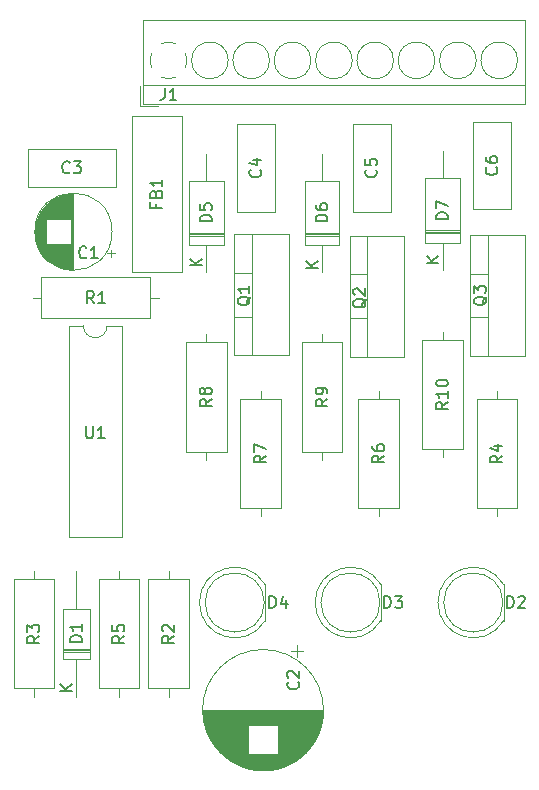
<source format=gbr>
%TF.GenerationSoftware,KiCad,Pcbnew,8.0.4*%
%TF.CreationDate,2024-08-13T22:42:24-06:00*%
%TF.ProjectId,oil-lamp-safety,6f696c2d-6c61-46d7-902d-736166657479,v0.2*%
%TF.SameCoordinates,Original*%
%TF.FileFunction,Legend,Top*%
%TF.FilePolarity,Positive*%
%FSLAX46Y46*%
G04 Gerber Fmt 4.6, Leading zero omitted, Abs format (unit mm)*
G04 Created by KiCad (PCBNEW 8.0.4) date 2024-08-13 22:42:24*
%MOMM*%
%LPD*%
G01*
G04 APERTURE LIST*
%ADD10C,0.150000*%
%ADD11C,0.120000*%
G04 APERTURE END LIST*
D10*
X121150057Y-84095238D02*
X121102438Y-84190476D01*
X121102438Y-84190476D02*
X121007200Y-84285714D01*
X121007200Y-84285714D02*
X120864342Y-84428571D01*
X120864342Y-84428571D02*
X120816723Y-84523809D01*
X120816723Y-84523809D02*
X120816723Y-84619047D01*
X121054819Y-84571428D02*
X121007200Y-84666666D01*
X121007200Y-84666666D02*
X120911961Y-84761904D01*
X120911961Y-84761904D02*
X120721485Y-84809523D01*
X120721485Y-84809523D02*
X120388152Y-84809523D01*
X120388152Y-84809523D02*
X120197676Y-84761904D01*
X120197676Y-84761904D02*
X120102438Y-84666666D01*
X120102438Y-84666666D02*
X120054819Y-84571428D01*
X120054819Y-84571428D02*
X120054819Y-84380952D01*
X120054819Y-84380952D02*
X120102438Y-84285714D01*
X120102438Y-84285714D02*
X120197676Y-84190476D01*
X120197676Y-84190476D02*
X120388152Y-84142857D01*
X120388152Y-84142857D02*
X120721485Y-84142857D01*
X120721485Y-84142857D02*
X120911961Y-84190476D01*
X120911961Y-84190476D02*
X121007200Y-84285714D01*
X121007200Y-84285714D02*
X121054819Y-84380952D01*
X121054819Y-84380952D02*
X121054819Y-84571428D01*
X120054819Y-83809523D02*
X120054819Y-83190476D01*
X120054819Y-83190476D02*
X120435771Y-83523809D01*
X120435771Y-83523809D02*
X120435771Y-83380952D01*
X120435771Y-83380952D02*
X120483390Y-83285714D01*
X120483390Y-83285714D02*
X120531009Y-83238095D01*
X120531009Y-83238095D02*
X120626247Y-83190476D01*
X120626247Y-83190476D02*
X120864342Y-83190476D01*
X120864342Y-83190476D02*
X120959580Y-83238095D01*
X120959580Y-83238095D02*
X121007200Y-83285714D01*
X121007200Y-83285714D02*
X121054819Y-83380952D01*
X121054819Y-83380952D02*
X121054819Y-83666666D01*
X121054819Y-83666666D02*
X121007200Y-83761904D01*
X121007200Y-83761904D02*
X120959580Y-83809523D01*
X110950057Y-84295238D02*
X110902438Y-84390476D01*
X110902438Y-84390476D02*
X110807200Y-84485714D01*
X110807200Y-84485714D02*
X110664342Y-84628571D01*
X110664342Y-84628571D02*
X110616723Y-84723809D01*
X110616723Y-84723809D02*
X110616723Y-84819047D01*
X110854819Y-84771428D02*
X110807200Y-84866666D01*
X110807200Y-84866666D02*
X110711961Y-84961904D01*
X110711961Y-84961904D02*
X110521485Y-85009523D01*
X110521485Y-85009523D02*
X110188152Y-85009523D01*
X110188152Y-85009523D02*
X109997676Y-84961904D01*
X109997676Y-84961904D02*
X109902438Y-84866666D01*
X109902438Y-84866666D02*
X109854819Y-84771428D01*
X109854819Y-84771428D02*
X109854819Y-84580952D01*
X109854819Y-84580952D02*
X109902438Y-84485714D01*
X109902438Y-84485714D02*
X109997676Y-84390476D01*
X109997676Y-84390476D02*
X110188152Y-84342857D01*
X110188152Y-84342857D02*
X110521485Y-84342857D01*
X110521485Y-84342857D02*
X110711961Y-84390476D01*
X110711961Y-84390476D02*
X110807200Y-84485714D01*
X110807200Y-84485714D02*
X110854819Y-84580952D01*
X110854819Y-84580952D02*
X110854819Y-84771428D01*
X109950057Y-83961904D02*
X109902438Y-83914285D01*
X109902438Y-83914285D02*
X109854819Y-83819047D01*
X109854819Y-83819047D02*
X109854819Y-83580952D01*
X109854819Y-83580952D02*
X109902438Y-83485714D01*
X109902438Y-83485714D02*
X109950057Y-83438095D01*
X109950057Y-83438095D02*
X110045295Y-83390476D01*
X110045295Y-83390476D02*
X110140533Y-83390476D01*
X110140533Y-83390476D02*
X110283390Y-83438095D01*
X110283390Y-83438095D02*
X110854819Y-84009523D01*
X110854819Y-84009523D02*
X110854819Y-83390476D01*
X101150057Y-84095238D02*
X101102438Y-84190476D01*
X101102438Y-84190476D02*
X101007200Y-84285714D01*
X101007200Y-84285714D02*
X100864342Y-84428571D01*
X100864342Y-84428571D02*
X100816723Y-84523809D01*
X100816723Y-84523809D02*
X100816723Y-84619047D01*
X101054819Y-84571428D02*
X101007200Y-84666666D01*
X101007200Y-84666666D02*
X100911961Y-84761904D01*
X100911961Y-84761904D02*
X100721485Y-84809523D01*
X100721485Y-84809523D02*
X100388152Y-84809523D01*
X100388152Y-84809523D02*
X100197676Y-84761904D01*
X100197676Y-84761904D02*
X100102438Y-84666666D01*
X100102438Y-84666666D02*
X100054819Y-84571428D01*
X100054819Y-84571428D02*
X100054819Y-84380952D01*
X100054819Y-84380952D02*
X100102438Y-84285714D01*
X100102438Y-84285714D02*
X100197676Y-84190476D01*
X100197676Y-84190476D02*
X100388152Y-84142857D01*
X100388152Y-84142857D02*
X100721485Y-84142857D01*
X100721485Y-84142857D02*
X100911961Y-84190476D01*
X100911961Y-84190476D02*
X101007200Y-84285714D01*
X101007200Y-84285714D02*
X101054819Y-84380952D01*
X101054819Y-84380952D02*
X101054819Y-84571428D01*
X101054819Y-83190476D02*
X101054819Y-83761904D01*
X101054819Y-83476190D02*
X100054819Y-83476190D01*
X100054819Y-83476190D02*
X100197676Y-83571428D01*
X100197676Y-83571428D02*
X100292914Y-83666666D01*
X100292914Y-83666666D02*
X100340533Y-83761904D01*
X117854819Y-77538094D02*
X116854819Y-77538094D01*
X116854819Y-77538094D02*
X116854819Y-77299999D01*
X116854819Y-77299999D02*
X116902438Y-77157142D01*
X116902438Y-77157142D02*
X116997676Y-77061904D01*
X116997676Y-77061904D02*
X117092914Y-77014285D01*
X117092914Y-77014285D02*
X117283390Y-76966666D01*
X117283390Y-76966666D02*
X117426247Y-76966666D01*
X117426247Y-76966666D02*
X117616723Y-77014285D01*
X117616723Y-77014285D02*
X117711961Y-77061904D01*
X117711961Y-77061904D02*
X117807200Y-77157142D01*
X117807200Y-77157142D02*
X117854819Y-77299999D01*
X117854819Y-77299999D02*
X117854819Y-77538094D01*
X116854819Y-76633332D02*
X116854819Y-75966666D01*
X116854819Y-75966666D02*
X117854819Y-76395237D01*
X117054819Y-81261904D02*
X116054819Y-81261904D01*
X117054819Y-80690476D02*
X116483390Y-81119047D01*
X116054819Y-80690476D02*
X116626247Y-81261904D01*
X107654819Y-77738094D02*
X106654819Y-77738094D01*
X106654819Y-77738094D02*
X106654819Y-77499999D01*
X106654819Y-77499999D02*
X106702438Y-77357142D01*
X106702438Y-77357142D02*
X106797676Y-77261904D01*
X106797676Y-77261904D02*
X106892914Y-77214285D01*
X106892914Y-77214285D02*
X107083390Y-77166666D01*
X107083390Y-77166666D02*
X107226247Y-77166666D01*
X107226247Y-77166666D02*
X107416723Y-77214285D01*
X107416723Y-77214285D02*
X107511961Y-77261904D01*
X107511961Y-77261904D02*
X107607200Y-77357142D01*
X107607200Y-77357142D02*
X107654819Y-77499999D01*
X107654819Y-77499999D02*
X107654819Y-77738094D01*
X106654819Y-76309523D02*
X106654819Y-76499999D01*
X106654819Y-76499999D02*
X106702438Y-76595237D01*
X106702438Y-76595237D02*
X106750057Y-76642856D01*
X106750057Y-76642856D02*
X106892914Y-76738094D01*
X106892914Y-76738094D02*
X107083390Y-76785713D01*
X107083390Y-76785713D02*
X107464342Y-76785713D01*
X107464342Y-76785713D02*
X107559580Y-76738094D01*
X107559580Y-76738094D02*
X107607200Y-76690475D01*
X107607200Y-76690475D02*
X107654819Y-76595237D01*
X107654819Y-76595237D02*
X107654819Y-76404761D01*
X107654819Y-76404761D02*
X107607200Y-76309523D01*
X107607200Y-76309523D02*
X107559580Y-76261904D01*
X107559580Y-76261904D02*
X107464342Y-76214285D01*
X107464342Y-76214285D02*
X107226247Y-76214285D01*
X107226247Y-76214285D02*
X107131009Y-76261904D01*
X107131009Y-76261904D02*
X107083390Y-76309523D01*
X107083390Y-76309523D02*
X107035771Y-76404761D01*
X107035771Y-76404761D02*
X107035771Y-76595237D01*
X107035771Y-76595237D02*
X107083390Y-76690475D01*
X107083390Y-76690475D02*
X107131009Y-76738094D01*
X107131009Y-76738094D02*
X107226247Y-76785713D01*
X106854819Y-81661904D02*
X105854819Y-81661904D01*
X106854819Y-81090476D02*
X106283390Y-81519047D01*
X105854819Y-81090476D02*
X106426247Y-81661904D01*
X97854819Y-77738094D02*
X96854819Y-77738094D01*
X96854819Y-77738094D02*
X96854819Y-77499999D01*
X96854819Y-77499999D02*
X96902438Y-77357142D01*
X96902438Y-77357142D02*
X96997676Y-77261904D01*
X96997676Y-77261904D02*
X97092914Y-77214285D01*
X97092914Y-77214285D02*
X97283390Y-77166666D01*
X97283390Y-77166666D02*
X97426247Y-77166666D01*
X97426247Y-77166666D02*
X97616723Y-77214285D01*
X97616723Y-77214285D02*
X97711961Y-77261904D01*
X97711961Y-77261904D02*
X97807200Y-77357142D01*
X97807200Y-77357142D02*
X97854819Y-77499999D01*
X97854819Y-77499999D02*
X97854819Y-77738094D01*
X96854819Y-76261904D02*
X96854819Y-76738094D01*
X96854819Y-76738094D02*
X97331009Y-76785713D01*
X97331009Y-76785713D02*
X97283390Y-76738094D01*
X97283390Y-76738094D02*
X97235771Y-76642856D01*
X97235771Y-76642856D02*
X97235771Y-76404761D01*
X97235771Y-76404761D02*
X97283390Y-76309523D01*
X97283390Y-76309523D02*
X97331009Y-76261904D01*
X97331009Y-76261904D02*
X97426247Y-76214285D01*
X97426247Y-76214285D02*
X97664342Y-76214285D01*
X97664342Y-76214285D02*
X97759580Y-76261904D01*
X97759580Y-76261904D02*
X97807200Y-76309523D01*
X97807200Y-76309523D02*
X97854819Y-76404761D01*
X97854819Y-76404761D02*
X97854819Y-76642856D01*
X97854819Y-76642856D02*
X97807200Y-76738094D01*
X97807200Y-76738094D02*
X97759580Y-76785713D01*
X97054819Y-81461904D02*
X96054819Y-81461904D01*
X97054819Y-80890476D02*
X96483390Y-81319047D01*
X96054819Y-80890476D02*
X96626247Y-81461904D01*
X86854819Y-113338094D02*
X85854819Y-113338094D01*
X85854819Y-113338094D02*
X85854819Y-113099999D01*
X85854819Y-113099999D02*
X85902438Y-112957142D01*
X85902438Y-112957142D02*
X85997676Y-112861904D01*
X85997676Y-112861904D02*
X86092914Y-112814285D01*
X86092914Y-112814285D02*
X86283390Y-112766666D01*
X86283390Y-112766666D02*
X86426247Y-112766666D01*
X86426247Y-112766666D02*
X86616723Y-112814285D01*
X86616723Y-112814285D02*
X86711961Y-112861904D01*
X86711961Y-112861904D02*
X86807200Y-112957142D01*
X86807200Y-112957142D02*
X86854819Y-113099999D01*
X86854819Y-113099999D02*
X86854819Y-113338094D01*
X86854819Y-111814285D02*
X86854819Y-112385713D01*
X86854819Y-112099999D02*
X85854819Y-112099999D01*
X85854819Y-112099999D02*
X85997676Y-112195237D01*
X85997676Y-112195237D02*
X86092914Y-112290475D01*
X86092914Y-112290475D02*
X86140533Y-112385713D01*
X86054819Y-117461904D02*
X85054819Y-117461904D01*
X86054819Y-116890476D02*
X85483390Y-117319047D01*
X85054819Y-116890476D02*
X85626247Y-117461904D01*
X83254819Y-112816666D02*
X82778628Y-113149999D01*
X83254819Y-113388094D02*
X82254819Y-113388094D01*
X82254819Y-113388094D02*
X82254819Y-113007142D01*
X82254819Y-113007142D02*
X82302438Y-112911904D01*
X82302438Y-112911904D02*
X82350057Y-112864285D01*
X82350057Y-112864285D02*
X82445295Y-112816666D01*
X82445295Y-112816666D02*
X82588152Y-112816666D01*
X82588152Y-112816666D02*
X82683390Y-112864285D01*
X82683390Y-112864285D02*
X82731009Y-112911904D01*
X82731009Y-112911904D02*
X82778628Y-113007142D01*
X82778628Y-113007142D02*
X82778628Y-113388094D01*
X82254819Y-112483332D02*
X82254819Y-111864285D01*
X82254819Y-111864285D02*
X82635771Y-112197618D01*
X82635771Y-112197618D02*
X82635771Y-112054761D01*
X82635771Y-112054761D02*
X82683390Y-111959523D01*
X82683390Y-111959523D02*
X82731009Y-111911904D01*
X82731009Y-111911904D02*
X82826247Y-111864285D01*
X82826247Y-111864285D02*
X83064342Y-111864285D01*
X83064342Y-111864285D02*
X83159580Y-111911904D01*
X83159580Y-111911904D02*
X83207200Y-111959523D01*
X83207200Y-111959523D02*
X83254819Y-112054761D01*
X83254819Y-112054761D02*
X83254819Y-112340475D01*
X83254819Y-112340475D02*
X83207200Y-112435713D01*
X83207200Y-112435713D02*
X83159580Y-112483332D01*
X122861905Y-110454819D02*
X122861905Y-109454819D01*
X122861905Y-109454819D02*
X123100000Y-109454819D01*
X123100000Y-109454819D02*
X123242857Y-109502438D01*
X123242857Y-109502438D02*
X123338095Y-109597676D01*
X123338095Y-109597676D02*
X123385714Y-109692914D01*
X123385714Y-109692914D02*
X123433333Y-109883390D01*
X123433333Y-109883390D02*
X123433333Y-110026247D01*
X123433333Y-110026247D02*
X123385714Y-110216723D01*
X123385714Y-110216723D02*
X123338095Y-110311961D01*
X123338095Y-110311961D02*
X123242857Y-110407200D01*
X123242857Y-110407200D02*
X123100000Y-110454819D01*
X123100000Y-110454819D02*
X122861905Y-110454819D01*
X123814286Y-109550057D02*
X123861905Y-109502438D01*
X123861905Y-109502438D02*
X123957143Y-109454819D01*
X123957143Y-109454819D02*
X124195238Y-109454819D01*
X124195238Y-109454819D02*
X124290476Y-109502438D01*
X124290476Y-109502438D02*
X124338095Y-109550057D01*
X124338095Y-109550057D02*
X124385714Y-109645295D01*
X124385714Y-109645295D02*
X124385714Y-109740533D01*
X124385714Y-109740533D02*
X124338095Y-109883390D01*
X124338095Y-109883390D02*
X123766667Y-110454819D01*
X123766667Y-110454819D02*
X124385714Y-110454819D01*
X112454819Y-97566666D02*
X111978628Y-97899999D01*
X112454819Y-98138094D02*
X111454819Y-98138094D01*
X111454819Y-98138094D02*
X111454819Y-97757142D01*
X111454819Y-97757142D02*
X111502438Y-97661904D01*
X111502438Y-97661904D02*
X111550057Y-97614285D01*
X111550057Y-97614285D02*
X111645295Y-97566666D01*
X111645295Y-97566666D02*
X111788152Y-97566666D01*
X111788152Y-97566666D02*
X111883390Y-97614285D01*
X111883390Y-97614285D02*
X111931009Y-97661904D01*
X111931009Y-97661904D02*
X111978628Y-97757142D01*
X111978628Y-97757142D02*
X111978628Y-98138094D01*
X111454819Y-96709523D02*
X111454819Y-96899999D01*
X111454819Y-96899999D02*
X111502438Y-96995237D01*
X111502438Y-96995237D02*
X111550057Y-97042856D01*
X111550057Y-97042856D02*
X111692914Y-97138094D01*
X111692914Y-97138094D02*
X111883390Y-97185713D01*
X111883390Y-97185713D02*
X112264342Y-97185713D01*
X112264342Y-97185713D02*
X112359580Y-97138094D01*
X112359580Y-97138094D02*
X112407200Y-97090475D01*
X112407200Y-97090475D02*
X112454819Y-96995237D01*
X112454819Y-96995237D02*
X112454819Y-96804761D01*
X112454819Y-96804761D02*
X112407200Y-96709523D01*
X112407200Y-96709523D02*
X112359580Y-96661904D01*
X112359580Y-96661904D02*
X112264342Y-96614285D01*
X112264342Y-96614285D02*
X112026247Y-96614285D01*
X112026247Y-96614285D02*
X111931009Y-96661904D01*
X111931009Y-96661904D02*
X111883390Y-96709523D01*
X111883390Y-96709523D02*
X111835771Y-96804761D01*
X111835771Y-96804761D02*
X111835771Y-96995237D01*
X111835771Y-96995237D02*
X111883390Y-97090475D01*
X111883390Y-97090475D02*
X111931009Y-97138094D01*
X111931009Y-97138094D02*
X112026247Y-97185713D01*
X112461905Y-110454819D02*
X112461905Y-109454819D01*
X112461905Y-109454819D02*
X112700000Y-109454819D01*
X112700000Y-109454819D02*
X112842857Y-109502438D01*
X112842857Y-109502438D02*
X112938095Y-109597676D01*
X112938095Y-109597676D02*
X112985714Y-109692914D01*
X112985714Y-109692914D02*
X113033333Y-109883390D01*
X113033333Y-109883390D02*
X113033333Y-110026247D01*
X113033333Y-110026247D02*
X112985714Y-110216723D01*
X112985714Y-110216723D02*
X112938095Y-110311961D01*
X112938095Y-110311961D02*
X112842857Y-110407200D01*
X112842857Y-110407200D02*
X112700000Y-110454819D01*
X112700000Y-110454819D02*
X112461905Y-110454819D01*
X113366667Y-109454819D02*
X113985714Y-109454819D01*
X113985714Y-109454819D02*
X113652381Y-109835771D01*
X113652381Y-109835771D02*
X113795238Y-109835771D01*
X113795238Y-109835771D02*
X113890476Y-109883390D01*
X113890476Y-109883390D02*
X113938095Y-109931009D01*
X113938095Y-109931009D02*
X113985714Y-110026247D01*
X113985714Y-110026247D02*
X113985714Y-110264342D01*
X113985714Y-110264342D02*
X113938095Y-110359580D01*
X113938095Y-110359580D02*
X113890476Y-110407200D01*
X113890476Y-110407200D02*
X113795238Y-110454819D01*
X113795238Y-110454819D02*
X113509524Y-110454819D01*
X113509524Y-110454819D02*
X113414286Y-110407200D01*
X113414286Y-110407200D02*
X113366667Y-110359580D01*
X107654819Y-92766666D02*
X107178628Y-93099999D01*
X107654819Y-93338094D02*
X106654819Y-93338094D01*
X106654819Y-93338094D02*
X106654819Y-92957142D01*
X106654819Y-92957142D02*
X106702438Y-92861904D01*
X106702438Y-92861904D02*
X106750057Y-92814285D01*
X106750057Y-92814285D02*
X106845295Y-92766666D01*
X106845295Y-92766666D02*
X106988152Y-92766666D01*
X106988152Y-92766666D02*
X107083390Y-92814285D01*
X107083390Y-92814285D02*
X107131009Y-92861904D01*
X107131009Y-92861904D02*
X107178628Y-92957142D01*
X107178628Y-92957142D02*
X107178628Y-93338094D01*
X107654819Y-92290475D02*
X107654819Y-92099999D01*
X107654819Y-92099999D02*
X107607200Y-92004761D01*
X107607200Y-92004761D02*
X107559580Y-91957142D01*
X107559580Y-91957142D02*
X107416723Y-91861904D01*
X107416723Y-91861904D02*
X107226247Y-91814285D01*
X107226247Y-91814285D02*
X106845295Y-91814285D01*
X106845295Y-91814285D02*
X106750057Y-91861904D01*
X106750057Y-91861904D02*
X106702438Y-91909523D01*
X106702438Y-91909523D02*
X106654819Y-92004761D01*
X106654819Y-92004761D02*
X106654819Y-92195237D01*
X106654819Y-92195237D02*
X106702438Y-92290475D01*
X106702438Y-92290475D02*
X106750057Y-92338094D01*
X106750057Y-92338094D02*
X106845295Y-92385713D01*
X106845295Y-92385713D02*
X107083390Y-92385713D01*
X107083390Y-92385713D02*
X107178628Y-92338094D01*
X107178628Y-92338094D02*
X107226247Y-92290475D01*
X107226247Y-92290475D02*
X107273866Y-92195237D01*
X107273866Y-92195237D02*
X107273866Y-92004761D01*
X107273866Y-92004761D02*
X107226247Y-91909523D01*
X107226247Y-91909523D02*
X107178628Y-91861904D01*
X107178628Y-91861904D02*
X107083390Y-91814285D01*
X87228095Y-95094819D02*
X87228095Y-95904342D01*
X87228095Y-95904342D02*
X87275714Y-95999580D01*
X87275714Y-95999580D02*
X87323333Y-96047200D01*
X87323333Y-96047200D02*
X87418571Y-96094819D01*
X87418571Y-96094819D02*
X87609047Y-96094819D01*
X87609047Y-96094819D02*
X87704285Y-96047200D01*
X87704285Y-96047200D02*
X87751904Y-95999580D01*
X87751904Y-95999580D02*
X87799523Y-95904342D01*
X87799523Y-95904342D02*
X87799523Y-95094819D01*
X88799523Y-96094819D02*
X88228095Y-96094819D01*
X88513809Y-96094819D02*
X88513809Y-95094819D01*
X88513809Y-95094819D02*
X88418571Y-95237676D01*
X88418571Y-95237676D02*
X88323333Y-95332914D01*
X88323333Y-95332914D02*
X88228095Y-95380533D01*
X93131009Y-76233333D02*
X93131009Y-76566666D01*
X93654819Y-76566666D02*
X92654819Y-76566666D01*
X92654819Y-76566666D02*
X92654819Y-76090476D01*
X93131009Y-75376190D02*
X93178628Y-75233333D01*
X93178628Y-75233333D02*
X93226247Y-75185714D01*
X93226247Y-75185714D02*
X93321485Y-75138095D01*
X93321485Y-75138095D02*
X93464342Y-75138095D01*
X93464342Y-75138095D02*
X93559580Y-75185714D01*
X93559580Y-75185714D02*
X93607200Y-75233333D01*
X93607200Y-75233333D02*
X93654819Y-75328571D01*
X93654819Y-75328571D02*
X93654819Y-75709523D01*
X93654819Y-75709523D02*
X92654819Y-75709523D01*
X92654819Y-75709523D02*
X92654819Y-75376190D01*
X92654819Y-75376190D02*
X92702438Y-75280952D01*
X92702438Y-75280952D02*
X92750057Y-75233333D01*
X92750057Y-75233333D02*
X92845295Y-75185714D01*
X92845295Y-75185714D02*
X92940533Y-75185714D01*
X92940533Y-75185714D02*
X93035771Y-75233333D01*
X93035771Y-75233333D02*
X93083390Y-75280952D01*
X93083390Y-75280952D02*
X93131009Y-75376190D01*
X93131009Y-75376190D02*
X93131009Y-75709523D01*
X93654819Y-74185714D02*
X93654819Y-74757142D01*
X93654819Y-74471428D02*
X92654819Y-74471428D01*
X92654819Y-74471428D02*
X92797676Y-74566666D01*
X92797676Y-74566666D02*
X92892914Y-74661904D01*
X92892914Y-74661904D02*
X92940533Y-74757142D01*
X87883333Y-84654819D02*
X87550000Y-84178628D01*
X87311905Y-84654819D02*
X87311905Y-83654819D01*
X87311905Y-83654819D02*
X87692857Y-83654819D01*
X87692857Y-83654819D02*
X87788095Y-83702438D01*
X87788095Y-83702438D02*
X87835714Y-83750057D01*
X87835714Y-83750057D02*
X87883333Y-83845295D01*
X87883333Y-83845295D02*
X87883333Y-83988152D01*
X87883333Y-83988152D02*
X87835714Y-84083390D01*
X87835714Y-84083390D02*
X87788095Y-84131009D01*
X87788095Y-84131009D02*
X87692857Y-84178628D01*
X87692857Y-84178628D02*
X87311905Y-84178628D01*
X88835714Y-84654819D02*
X88264286Y-84654819D01*
X88550000Y-84654819D02*
X88550000Y-83654819D01*
X88550000Y-83654819D02*
X88454762Y-83797676D01*
X88454762Y-83797676D02*
X88359524Y-83892914D01*
X88359524Y-83892914D02*
X88264286Y-83940533D01*
X117854819Y-93042857D02*
X117378628Y-93376190D01*
X117854819Y-93614285D02*
X116854819Y-93614285D01*
X116854819Y-93614285D02*
X116854819Y-93233333D01*
X116854819Y-93233333D02*
X116902438Y-93138095D01*
X116902438Y-93138095D02*
X116950057Y-93090476D01*
X116950057Y-93090476D02*
X117045295Y-93042857D01*
X117045295Y-93042857D02*
X117188152Y-93042857D01*
X117188152Y-93042857D02*
X117283390Y-93090476D01*
X117283390Y-93090476D02*
X117331009Y-93138095D01*
X117331009Y-93138095D02*
X117378628Y-93233333D01*
X117378628Y-93233333D02*
X117378628Y-93614285D01*
X117854819Y-92090476D02*
X117854819Y-92661904D01*
X117854819Y-92376190D02*
X116854819Y-92376190D01*
X116854819Y-92376190D02*
X116997676Y-92471428D01*
X116997676Y-92471428D02*
X117092914Y-92566666D01*
X117092914Y-92566666D02*
X117140533Y-92661904D01*
X116854819Y-91471428D02*
X116854819Y-91376190D01*
X116854819Y-91376190D02*
X116902438Y-91280952D01*
X116902438Y-91280952D02*
X116950057Y-91233333D01*
X116950057Y-91233333D02*
X117045295Y-91185714D01*
X117045295Y-91185714D02*
X117235771Y-91138095D01*
X117235771Y-91138095D02*
X117473866Y-91138095D01*
X117473866Y-91138095D02*
X117664342Y-91185714D01*
X117664342Y-91185714D02*
X117759580Y-91233333D01*
X117759580Y-91233333D02*
X117807200Y-91280952D01*
X117807200Y-91280952D02*
X117854819Y-91376190D01*
X117854819Y-91376190D02*
X117854819Y-91471428D01*
X117854819Y-91471428D02*
X117807200Y-91566666D01*
X117807200Y-91566666D02*
X117759580Y-91614285D01*
X117759580Y-91614285D02*
X117664342Y-91661904D01*
X117664342Y-91661904D02*
X117473866Y-91709523D01*
X117473866Y-91709523D02*
X117235771Y-91709523D01*
X117235771Y-91709523D02*
X117045295Y-91661904D01*
X117045295Y-91661904D02*
X116950057Y-91614285D01*
X116950057Y-91614285D02*
X116902438Y-91566666D01*
X116902438Y-91566666D02*
X116854819Y-91471428D01*
X90454819Y-112816666D02*
X89978628Y-113149999D01*
X90454819Y-113388094D02*
X89454819Y-113388094D01*
X89454819Y-113388094D02*
X89454819Y-113007142D01*
X89454819Y-113007142D02*
X89502438Y-112911904D01*
X89502438Y-112911904D02*
X89550057Y-112864285D01*
X89550057Y-112864285D02*
X89645295Y-112816666D01*
X89645295Y-112816666D02*
X89788152Y-112816666D01*
X89788152Y-112816666D02*
X89883390Y-112864285D01*
X89883390Y-112864285D02*
X89931009Y-112911904D01*
X89931009Y-112911904D02*
X89978628Y-113007142D01*
X89978628Y-113007142D02*
X89978628Y-113388094D01*
X89454819Y-111911904D02*
X89454819Y-112388094D01*
X89454819Y-112388094D02*
X89931009Y-112435713D01*
X89931009Y-112435713D02*
X89883390Y-112388094D01*
X89883390Y-112388094D02*
X89835771Y-112292856D01*
X89835771Y-112292856D02*
X89835771Y-112054761D01*
X89835771Y-112054761D02*
X89883390Y-111959523D01*
X89883390Y-111959523D02*
X89931009Y-111911904D01*
X89931009Y-111911904D02*
X90026247Y-111864285D01*
X90026247Y-111864285D02*
X90264342Y-111864285D01*
X90264342Y-111864285D02*
X90359580Y-111911904D01*
X90359580Y-111911904D02*
X90407200Y-111959523D01*
X90407200Y-111959523D02*
X90454819Y-112054761D01*
X90454819Y-112054761D02*
X90454819Y-112292856D01*
X90454819Y-112292856D02*
X90407200Y-112388094D01*
X90407200Y-112388094D02*
X90359580Y-112435713D01*
X122454819Y-97566666D02*
X121978628Y-97899999D01*
X122454819Y-98138094D02*
X121454819Y-98138094D01*
X121454819Y-98138094D02*
X121454819Y-97757142D01*
X121454819Y-97757142D02*
X121502438Y-97661904D01*
X121502438Y-97661904D02*
X121550057Y-97614285D01*
X121550057Y-97614285D02*
X121645295Y-97566666D01*
X121645295Y-97566666D02*
X121788152Y-97566666D01*
X121788152Y-97566666D02*
X121883390Y-97614285D01*
X121883390Y-97614285D02*
X121931009Y-97661904D01*
X121931009Y-97661904D02*
X121978628Y-97757142D01*
X121978628Y-97757142D02*
X121978628Y-98138094D01*
X121788152Y-96709523D02*
X122454819Y-96709523D01*
X121407200Y-96947618D02*
X122121485Y-97185713D01*
X122121485Y-97185713D02*
X122121485Y-96566666D01*
X97854819Y-92766666D02*
X97378628Y-93099999D01*
X97854819Y-93338094D02*
X96854819Y-93338094D01*
X96854819Y-93338094D02*
X96854819Y-92957142D01*
X96854819Y-92957142D02*
X96902438Y-92861904D01*
X96902438Y-92861904D02*
X96950057Y-92814285D01*
X96950057Y-92814285D02*
X97045295Y-92766666D01*
X97045295Y-92766666D02*
X97188152Y-92766666D01*
X97188152Y-92766666D02*
X97283390Y-92814285D01*
X97283390Y-92814285D02*
X97331009Y-92861904D01*
X97331009Y-92861904D02*
X97378628Y-92957142D01*
X97378628Y-92957142D02*
X97378628Y-93338094D01*
X97283390Y-92195237D02*
X97235771Y-92290475D01*
X97235771Y-92290475D02*
X97188152Y-92338094D01*
X97188152Y-92338094D02*
X97092914Y-92385713D01*
X97092914Y-92385713D02*
X97045295Y-92385713D01*
X97045295Y-92385713D02*
X96950057Y-92338094D01*
X96950057Y-92338094D02*
X96902438Y-92290475D01*
X96902438Y-92290475D02*
X96854819Y-92195237D01*
X96854819Y-92195237D02*
X96854819Y-92004761D01*
X96854819Y-92004761D02*
X96902438Y-91909523D01*
X96902438Y-91909523D02*
X96950057Y-91861904D01*
X96950057Y-91861904D02*
X97045295Y-91814285D01*
X97045295Y-91814285D02*
X97092914Y-91814285D01*
X97092914Y-91814285D02*
X97188152Y-91861904D01*
X97188152Y-91861904D02*
X97235771Y-91909523D01*
X97235771Y-91909523D02*
X97283390Y-92004761D01*
X97283390Y-92004761D02*
X97283390Y-92195237D01*
X97283390Y-92195237D02*
X97331009Y-92290475D01*
X97331009Y-92290475D02*
X97378628Y-92338094D01*
X97378628Y-92338094D02*
X97473866Y-92385713D01*
X97473866Y-92385713D02*
X97664342Y-92385713D01*
X97664342Y-92385713D02*
X97759580Y-92338094D01*
X97759580Y-92338094D02*
X97807200Y-92290475D01*
X97807200Y-92290475D02*
X97854819Y-92195237D01*
X97854819Y-92195237D02*
X97854819Y-92004761D01*
X97854819Y-92004761D02*
X97807200Y-91909523D01*
X97807200Y-91909523D02*
X97759580Y-91861904D01*
X97759580Y-91861904D02*
X97664342Y-91814285D01*
X97664342Y-91814285D02*
X97473866Y-91814285D01*
X97473866Y-91814285D02*
X97378628Y-91861904D01*
X97378628Y-91861904D02*
X97331009Y-91909523D01*
X97331009Y-91909523D02*
X97283390Y-92004761D01*
X111759580Y-73366666D02*
X111807200Y-73414285D01*
X111807200Y-73414285D02*
X111854819Y-73557142D01*
X111854819Y-73557142D02*
X111854819Y-73652380D01*
X111854819Y-73652380D02*
X111807200Y-73795237D01*
X111807200Y-73795237D02*
X111711961Y-73890475D01*
X111711961Y-73890475D02*
X111616723Y-73938094D01*
X111616723Y-73938094D02*
X111426247Y-73985713D01*
X111426247Y-73985713D02*
X111283390Y-73985713D01*
X111283390Y-73985713D02*
X111092914Y-73938094D01*
X111092914Y-73938094D02*
X110997676Y-73890475D01*
X110997676Y-73890475D02*
X110902438Y-73795237D01*
X110902438Y-73795237D02*
X110854819Y-73652380D01*
X110854819Y-73652380D02*
X110854819Y-73557142D01*
X110854819Y-73557142D02*
X110902438Y-73414285D01*
X110902438Y-73414285D02*
X110950057Y-73366666D01*
X110854819Y-72461904D02*
X110854819Y-72938094D01*
X110854819Y-72938094D02*
X111331009Y-72985713D01*
X111331009Y-72985713D02*
X111283390Y-72938094D01*
X111283390Y-72938094D02*
X111235771Y-72842856D01*
X111235771Y-72842856D02*
X111235771Y-72604761D01*
X111235771Y-72604761D02*
X111283390Y-72509523D01*
X111283390Y-72509523D02*
X111331009Y-72461904D01*
X111331009Y-72461904D02*
X111426247Y-72414285D01*
X111426247Y-72414285D02*
X111664342Y-72414285D01*
X111664342Y-72414285D02*
X111759580Y-72461904D01*
X111759580Y-72461904D02*
X111807200Y-72509523D01*
X111807200Y-72509523D02*
X111854819Y-72604761D01*
X111854819Y-72604761D02*
X111854819Y-72842856D01*
X111854819Y-72842856D02*
X111807200Y-72938094D01*
X111807200Y-72938094D02*
X111759580Y-72985713D01*
X94654819Y-112816666D02*
X94178628Y-113149999D01*
X94654819Y-113388094D02*
X93654819Y-113388094D01*
X93654819Y-113388094D02*
X93654819Y-113007142D01*
X93654819Y-113007142D02*
X93702438Y-112911904D01*
X93702438Y-112911904D02*
X93750057Y-112864285D01*
X93750057Y-112864285D02*
X93845295Y-112816666D01*
X93845295Y-112816666D02*
X93988152Y-112816666D01*
X93988152Y-112816666D02*
X94083390Y-112864285D01*
X94083390Y-112864285D02*
X94131009Y-112911904D01*
X94131009Y-112911904D02*
X94178628Y-113007142D01*
X94178628Y-113007142D02*
X94178628Y-113388094D01*
X93750057Y-112435713D02*
X93702438Y-112388094D01*
X93702438Y-112388094D02*
X93654819Y-112292856D01*
X93654819Y-112292856D02*
X93654819Y-112054761D01*
X93654819Y-112054761D02*
X93702438Y-111959523D01*
X93702438Y-111959523D02*
X93750057Y-111911904D01*
X93750057Y-111911904D02*
X93845295Y-111864285D01*
X93845295Y-111864285D02*
X93940533Y-111864285D01*
X93940533Y-111864285D02*
X94083390Y-111911904D01*
X94083390Y-111911904D02*
X94654819Y-112483332D01*
X94654819Y-112483332D02*
X94654819Y-111864285D01*
X102454819Y-97566666D02*
X101978628Y-97899999D01*
X102454819Y-98138094D02*
X101454819Y-98138094D01*
X101454819Y-98138094D02*
X101454819Y-97757142D01*
X101454819Y-97757142D02*
X101502438Y-97661904D01*
X101502438Y-97661904D02*
X101550057Y-97614285D01*
X101550057Y-97614285D02*
X101645295Y-97566666D01*
X101645295Y-97566666D02*
X101788152Y-97566666D01*
X101788152Y-97566666D02*
X101883390Y-97614285D01*
X101883390Y-97614285D02*
X101931009Y-97661904D01*
X101931009Y-97661904D02*
X101978628Y-97757142D01*
X101978628Y-97757142D02*
X101978628Y-98138094D01*
X101454819Y-97233332D02*
X101454819Y-96566666D01*
X101454819Y-96566666D02*
X102454819Y-96995237D01*
X87250953Y-80759580D02*
X87203334Y-80807200D01*
X87203334Y-80807200D02*
X87060477Y-80854819D01*
X87060477Y-80854819D02*
X86965239Y-80854819D01*
X86965239Y-80854819D02*
X86822382Y-80807200D01*
X86822382Y-80807200D02*
X86727144Y-80711961D01*
X86727144Y-80711961D02*
X86679525Y-80616723D01*
X86679525Y-80616723D02*
X86631906Y-80426247D01*
X86631906Y-80426247D02*
X86631906Y-80283390D01*
X86631906Y-80283390D02*
X86679525Y-80092914D01*
X86679525Y-80092914D02*
X86727144Y-79997676D01*
X86727144Y-79997676D02*
X86822382Y-79902438D01*
X86822382Y-79902438D02*
X86965239Y-79854819D01*
X86965239Y-79854819D02*
X87060477Y-79854819D01*
X87060477Y-79854819D02*
X87203334Y-79902438D01*
X87203334Y-79902438D02*
X87250953Y-79950057D01*
X88203334Y-80854819D02*
X87631906Y-80854819D01*
X87917620Y-80854819D02*
X87917620Y-79854819D01*
X87917620Y-79854819D02*
X87822382Y-79997676D01*
X87822382Y-79997676D02*
X87727144Y-80092914D01*
X87727144Y-80092914D02*
X87631906Y-80140533D01*
X102736905Y-110454819D02*
X102736905Y-109454819D01*
X102736905Y-109454819D02*
X102975000Y-109454819D01*
X102975000Y-109454819D02*
X103117857Y-109502438D01*
X103117857Y-109502438D02*
X103213095Y-109597676D01*
X103213095Y-109597676D02*
X103260714Y-109692914D01*
X103260714Y-109692914D02*
X103308333Y-109883390D01*
X103308333Y-109883390D02*
X103308333Y-110026247D01*
X103308333Y-110026247D02*
X103260714Y-110216723D01*
X103260714Y-110216723D02*
X103213095Y-110311961D01*
X103213095Y-110311961D02*
X103117857Y-110407200D01*
X103117857Y-110407200D02*
X102975000Y-110454819D01*
X102975000Y-110454819D02*
X102736905Y-110454819D01*
X104165476Y-109788152D02*
X104165476Y-110454819D01*
X103927381Y-109407200D02*
X103689286Y-110121485D01*
X103689286Y-110121485D02*
X104308333Y-110121485D01*
X105159580Y-116734343D02*
X105207200Y-116781962D01*
X105207200Y-116781962D02*
X105254819Y-116924819D01*
X105254819Y-116924819D02*
X105254819Y-117020057D01*
X105254819Y-117020057D02*
X105207200Y-117162914D01*
X105207200Y-117162914D02*
X105111961Y-117258152D01*
X105111961Y-117258152D02*
X105016723Y-117305771D01*
X105016723Y-117305771D02*
X104826247Y-117353390D01*
X104826247Y-117353390D02*
X104683390Y-117353390D01*
X104683390Y-117353390D02*
X104492914Y-117305771D01*
X104492914Y-117305771D02*
X104397676Y-117258152D01*
X104397676Y-117258152D02*
X104302438Y-117162914D01*
X104302438Y-117162914D02*
X104254819Y-117020057D01*
X104254819Y-117020057D02*
X104254819Y-116924819D01*
X104254819Y-116924819D02*
X104302438Y-116781962D01*
X104302438Y-116781962D02*
X104350057Y-116734343D01*
X104350057Y-116353390D02*
X104302438Y-116305771D01*
X104302438Y-116305771D02*
X104254819Y-116210533D01*
X104254819Y-116210533D02*
X104254819Y-115972438D01*
X104254819Y-115972438D02*
X104302438Y-115877200D01*
X104302438Y-115877200D02*
X104350057Y-115829581D01*
X104350057Y-115829581D02*
X104445295Y-115781962D01*
X104445295Y-115781962D02*
X104540533Y-115781962D01*
X104540533Y-115781962D02*
X104683390Y-115829581D01*
X104683390Y-115829581D02*
X105254819Y-116401009D01*
X105254819Y-116401009D02*
X105254819Y-115781962D01*
X101959580Y-73366666D02*
X102007200Y-73414285D01*
X102007200Y-73414285D02*
X102054819Y-73557142D01*
X102054819Y-73557142D02*
X102054819Y-73652380D01*
X102054819Y-73652380D02*
X102007200Y-73795237D01*
X102007200Y-73795237D02*
X101911961Y-73890475D01*
X101911961Y-73890475D02*
X101816723Y-73938094D01*
X101816723Y-73938094D02*
X101626247Y-73985713D01*
X101626247Y-73985713D02*
X101483390Y-73985713D01*
X101483390Y-73985713D02*
X101292914Y-73938094D01*
X101292914Y-73938094D02*
X101197676Y-73890475D01*
X101197676Y-73890475D02*
X101102438Y-73795237D01*
X101102438Y-73795237D02*
X101054819Y-73652380D01*
X101054819Y-73652380D02*
X101054819Y-73557142D01*
X101054819Y-73557142D02*
X101102438Y-73414285D01*
X101102438Y-73414285D02*
X101150057Y-73366666D01*
X101388152Y-72509523D02*
X102054819Y-72509523D01*
X101007200Y-72747618D02*
X101721485Y-72985713D01*
X101721485Y-72985713D02*
X101721485Y-72366666D01*
X93866666Y-66454819D02*
X93866666Y-67169104D01*
X93866666Y-67169104D02*
X93819047Y-67311961D01*
X93819047Y-67311961D02*
X93723809Y-67407200D01*
X93723809Y-67407200D02*
X93580952Y-67454819D01*
X93580952Y-67454819D02*
X93485714Y-67454819D01*
X94866666Y-67454819D02*
X94295238Y-67454819D01*
X94580952Y-67454819D02*
X94580952Y-66454819D01*
X94580952Y-66454819D02*
X94485714Y-66597676D01*
X94485714Y-66597676D02*
X94390476Y-66692914D01*
X94390476Y-66692914D02*
X94295238Y-66740533D01*
X85833333Y-73559580D02*
X85785714Y-73607200D01*
X85785714Y-73607200D02*
X85642857Y-73654819D01*
X85642857Y-73654819D02*
X85547619Y-73654819D01*
X85547619Y-73654819D02*
X85404762Y-73607200D01*
X85404762Y-73607200D02*
X85309524Y-73511961D01*
X85309524Y-73511961D02*
X85261905Y-73416723D01*
X85261905Y-73416723D02*
X85214286Y-73226247D01*
X85214286Y-73226247D02*
X85214286Y-73083390D01*
X85214286Y-73083390D02*
X85261905Y-72892914D01*
X85261905Y-72892914D02*
X85309524Y-72797676D01*
X85309524Y-72797676D02*
X85404762Y-72702438D01*
X85404762Y-72702438D02*
X85547619Y-72654819D01*
X85547619Y-72654819D02*
X85642857Y-72654819D01*
X85642857Y-72654819D02*
X85785714Y-72702438D01*
X85785714Y-72702438D02*
X85833333Y-72750057D01*
X86166667Y-72654819D02*
X86785714Y-72654819D01*
X86785714Y-72654819D02*
X86452381Y-73035771D01*
X86452381Y-73035771D02*
X86595238Y-73035771D01*
X86595238Y-73035771D02*
X86690476Y-73083390D01*
X86690476Y-73083390D02*
X86738095Y-73131009D01*
X86738095Y-73131009D02*
X86785714Y-73226247D01*
X86785714Y-73226247D02*
X86785714Y-73464342D01*
X86785714Y-73464342D02*
X86738095Y-73559580D01*
X86738095Y-73559580D02*
X86690476Y-73607200D01*
X86690476Y-73607200D02*
X86595238Y-73654819D01*
X86595238Y-73654819D02*
X86309524Y-73654819D01*
X86309524Y-73654819D02*
X86214286Y-73607200D01*
X86214286Y-73607200D02*
X86166667Y-73559580D01*
X121959580Y-73166666D02*
X122007200Y-73214285D01*
X122007200Y-73214285D02*
X122054819Y-73357142D01*
X122054819Y-73357142D02*
X122054819Y-73452380D01*
X122054819Y-73452380D02*
X122007200Y-73595237D01*
X122007200Y-73595237D02*
X121911961Y-73690475D01*
X121911961Y-73690475D02*
X121816723Y-73738094D01*
X121816723Y-73738094D02*
X121626247Y-73785713D01*
X121626247Y-73785713D02*
X121483390Y-73785713D01*
X121483390Y-73785713D02*
X121292914Y-73738094D01*
X121292914Y-73738094D02*
X121197676Y-73690475D01*
X121197676Y-73690475D02*
X121102438Y-73595237D01*
X121102438Y-73595237D02*
X121054819Y-73452380D01*
X121054819Y-73452380D02*
X121054819Y-73357142D01*
X121054819Y-73357142D02*
X121102438Y-73214285D01*
X121102438Y-73214285D02*
X121150057Y-73166666D01*
X121054819Y-72309523D02*
X121054819Y-72499999D01*
X121054819Y-72499999D02*
X121102438Y-72595237D01*
X121102438Y-72595237D02*
X121150057Y-72642856D01*
X121150057Y-72642856D02*
X121292914Y-72738094D01*
X121292914Y-72738094D02*
X121483390Y-72785713D01*
X121483390Y-72785713D02*
X121864342Y-72785713D01*
X121864342Y-72785713D02*
X121959580Y-72738094D01*
X121959580Y-72738094D02*
X122007200Y-72690475D01*
X122007200Y-72690475D02*
X122054819Y-72595237D01*
X122054819Y-72595237D02*
X122054819Y-72404761D01*
X122054819Y-72404761D02*
X122007200Y-72309523D01*
X122007200Y-72309523D02*
X121959580Y-72261904D01*
X121959580Y-72261904D02*
X121864342Y-72214285D01*
X121864342Y-72214285D02*
X121626247Y-72214285D01*
X121626247Y-72214285D02*
X121531009Y-72261904D01*
X121531009Y-72261904D02*
X121483390Y-72309523D01*
X121483390Y-72309523D02*
X121435771Y-72404761D01*
X121435771Y-72404761D02*
X121435771Y-72595237D01*
X121435771Y-72595237D02*
X121483390Y-72690475D01*
X121483390Y-72690475D02*
X121531009Y-72738094D01*
X121531009Y-72738094D02*
X121626247Y-72785713D01*
D11*
%TO.C,Q3*%
X119730000Y-89120000D02*
X124371000Y-89120000D01*
X119730000Y-89120000D02*
X119730000Y-78880000D01*
X121240000Y-89120000D02*
X121240000Y-78880000D01*
X124371000Y-89120000D02*
X124371000Y-78880000D01*
X119730000Y-85850000D02*
X121240000Y-85850000D01*
X119730000Y-82149000D02*
X121240000Y-82149000D01*
X119730000Y-78880000D02*
X124371000Y-78880000D01*
%TO.C,Q2*%
X109530000Y-89180000D02*
X114171000Y-89180000D01*
X109530000Y-89180000D02*
X109530000Y-78940000D01*
X111040000Y-89180000D02*
X111040000Y-78940000D01*
X114171000Y-89180000D02*
X114171000Y-78940000D01*
X109530000Y-85910000D02*
X111040000Y-85910000D01*
X109530000Y-82209000D02*
X111040000Y-82209000D01*
X109530000Y-78940000D02*
X114171000Y-78940000D01*
%TO.C,Q1*%
X99730000Y-89060000D02*
X104371000Y-89060000D01*
X99730000Y-89060000D02*
X99730000Y-78820000D01*
X101240000Y-89060000D02*
X101240000Y-78820000D01*
X104371000Y-89060000D02*
X104371000Y-78820000D01*
X99730000Y-85790000D02*
X101240000Y-85790000D01*
X99730000Y-82089000D02*
X101240000Y-82089000D01*
X99730000Y-78820000D02*
X104371000Y-78820000D01*
%TO.C,D7*%
X117400000Y-81810000D02*
X117400000Y-79520000D01*
X115930000Y-79520000D02*
X118870000Y-79520000D01*
X118870000Y-79520000D02*
X118870000Y-74080000D01*
X115930000Y-78740000D02*
X118870000Y-78740000D01*
X115930000Y-78620000D02*
X118870000Y-78620000D01*
X115930000Y-78500000D02*
X118870000Y-78500000D01*
X115930000Y-74080000D02*
X115930000Y-79520000D01*
X118870000Y-74080000D02*
X115930000Y-74080000D01*
X117400000Y-71790000D02*
X117400000Y-74080000D01*
%TO.C,D6*%
X107200000Y-82010000D02*
X107200000Y-79720000D01*
X105730000Y-79720000D02*
X108670000Y-79720000D01*
X108670000Y-79720000D02*
X108670000Y-74280000D01*
X105730000Y-78940000D02*
X108670000Y-78940000D01*
X105730000Y-78820000D02*
X108670000Y-78820000D01*
X105730000Y-78700000D02*
X108670000Y-78700000D01*
X105730000Y-74280000D02*
X105730000Y-79720000D01*
X108670000Y-74280000D02*
X105730000Y-74280000D01*
X107200000Y-71990000D02*
X107200000Y-74280000D01*
%TO.C,D5*%
X97400000Y-82010000D02*
X97400000Y-79720000D01*
X95930000Y-79720000D02*
X98870000Y-79720000D01*
X98870000Y-79720000D02*
X98870000Y-74280000D01*
X95930000Y-78940000D02*
X98870000Y-78940000D01*
X95930000Y-78820000D02*
X98870000Y-78820000D01*
X95930000Y-78700000D02*
X98870000Y-78700000D01*
X95930000Y-74280000D02*
X95930000Y-79720000D01*
X98870000Y-74280000D02*
X95930000Y-74280000D01*
X97400000Y-71990000D02*
X97400000Y-74280000D01*
%TO.C,D1*%
X86400000Y-117960000D02*
X86400000Y-114770000D01*
X85280000Y-114770000D02*
X87520000Y-114770000D01*
X87520000Y-114770000D02*
X87520000Y-110530000D01*
X85280000Y-114170000D02*
X87520000Y-114170000D01*
X85280000Y-114050000D02*
X87520000Y-114050000D01*
X85280000Y-113930000D02*
X87520000Y-113930000D01*
X85280000Y-110530000D02*
X85280000Y-114770000D01*
X87520000Y-110530000D02*
X85280000Y-110530000D01*
X86400000Y-107340000D02*
X86400000Y-110530000D01*
%TO.C,R3*%
X81080000Y-108030000D02*
X81080000Y-117270000D01*
X84520000Y-108030000D02*
X81080000Y-108030000D01*
X84520000Y-117270000D02*
X84520000Y-108030000D01*
X82800000Y-107340000D02*
X82800000Y-108030000D01*
X81080000Y-117270000D02*
X84520000Y-117270000D01*
X82800000Y-117960000D02*
X82800000Y-117270000D01*
%TO.C,D2*%
X122565000Y-111545000D02*
X122565000Y-108455000D01*
X117015000Y-110000462D02*
G75*
G02*
X122565000Y-108455170I2990000J462D01*
G01*
X122565000Y-111544830D02*
G75*
G02*
X117015000Y-109999538I-2560000J1544830D01*
G01*
X122505000Y-110000000D02*
G75*
G02*
X117505000Y-110000000I-2500000J0D01*
G01*
X117505000Y-110000000D02*
G75*
G02*
X122505000Y-110000000I2500000J0D01*
G01*
%TO.C,R6*%
X113720000Y-102020000D02*
X113720000Y-92780000D01*
X113720000Y-92780000D02*
X110280000Y-92780000D01*
X112000000Y-92090000D02*
X112000000Y-92780000D01*
X110280000Y-92780000D02*
X110280000Y-102020000D01*
X112000000Y-102710000D02*
X112000000Y-102020000D01*
X110280000Y-102020000D02*
X113720000Y-102020000D01*
%TO.C,D3*%
X112165000Y-111545000D02*
X112165000Y-108455000D01*
X112165000Y-111544830D02*
G75*
G02*
X106615000Y-109999538I-2560000J1544830D01*
G01*
X106615000Y-110000462D02*
G75*
G02*
X112165000Y-108455170I2990000J462D01*
G01*
X112105000Y-110000000D02*
G75*
G02*
X107105000Y-110000000I-2500000J0D01*
G01*
X107105000Y-110000000D02*
G75*
G02*
X112105000Y-110000000I2500000J0D01*
G01*
%TO.C,R9*%
X107200000Y-87290000D02*
X107200000Y-87980000D01*
X108920000Y-97220000D02*
X108920000Y-87980000D01*
X107200000Y-97910000D02*
X107200000Y-97220000D01*
X108920000Y-87980000D02*
X105480000Y-87980000D01*
X105480000Y-87980000D02*
X105480000Y-97220000D01*
X105480000Y-97220000D02*
X108920000Y-97220000D01*
%TO.C,U1*%
X88990000Y-86570000D02*
G75*
G02*
X86990000Y-86570000I-1000000J0D01*
G01*
X90240000Y-86570000D02*
X88990000Y-86570000D01*
X86990000Y-86570000D02*
X85740000Y-86570000D01*
X85740000Y-86570000D02*
X85740000Y-104470000D01*
X85740000Y-104470000D02*
X90240000Y-104470000D01*
X90240000Y-104470000D02*
X90240000Y-86570000D01*
%TO.C,FB1*%
X91080000Y-82020000D02*
X91080000Y-68780000D01*
X91080000Y-82020000D02*
X95320000Y-82020000D01*
X91080000Y-68780000D02*
X95320000Y-68780000D01*
X95320000Y-82020000D02*
X95320000Y-68780000D01*
%TO.C,R1*%
X82740000Y-84200000D02*
X83430000Y-84200000D01*
X83430000Y-82480000D02*
X83430000Y-85920000D01*
X92670000Y-82480000D02*
X83430000Y-82480000D01*
X83430000Y-85920000D02*
X92670000Y-85920000D01*
X92670000Y-85920000D02*
X92670000Y-82480000D01*
X93360000Y-84200000D02*
X92670000Y-84200000D01*
%TO.C,R10*%
X115680000Y-87780000D02*
X115680000Y-97020000D01*
X119120000Y-97020000D02*
X119120000Y-87780000D01*
X115680000Y-97020000D02*
X119120000Y-97020000D01*
X119120000Y-87780000D02*
X115680000Y-87780000D01*
X117400000Y-87090000D02*
X117400000Y-87780000D01*
X117400000Y-97710000D02*
X117400000Y-97020000D01*
%TO.C,R5*%
X91720000Y-108030000D02*
X88280000Y-108030000D01*
X88280000Y-108030000D02*
X88280000Y-117270000D01*
X91720000Y-117270000D02*
X91720000Y-108030000D01*
X90000000Y-117960000D02*
X90000000Y-117270000D01*
X88280000Y-117270000D02*
X91720000Y-117270000D01*
X90000000Y-107340000D02*
X90000000Y-108030000D01*
%TO.C,R4*%
X120280000Y-102020000D02*
X123720000Y-102020000D01*
X122000000Y-102710000D02*
X122000000Y-102020000D01*
X123720000Y-92780000D02*
X120280000Y-92780000D01*
X123720000Y-102020000D02*
X123720000Y-92780000D01*
X122000000Y-92090000D02*
X122000000Y-92780000D01*
X120280000Y-92780000D02*
X120280000Y-102020000D01*
%TO.C,R8*%
X95680000Y-87980000D02*
X95680000Y-97220000D01*
X99120000Y-97220000D02*
X99120000Y-87980000D01*
X95680000Y-97220000D02*
X99120000Y-97220000D01*
X97400000Y-87290000D02*
X97400000Y-87980000D01*
X97400000Y-97910000D02*
X97400000Y-97220000D01*
X99120000Y-87980000D02*
X95680000Y-87980000D01*
%TO.C,C5*%
X113020000Y-76920000D02*
X113020000Y-69480000D01*
X109780000Y-69480000D02*
X113020000Y-69480000D01*
X109780000Y-76920000D02*
X113020000Y-76920000D01*
X109780000Y-76920000D02*
X109780000Y-69480000D01*
%TO.C,R2*%
X94200000Y-107340000D02*
X94200000Y-108030000D01*
X95920000Y-108030000D02*
X92480000Y-108030000D01*
X92480000Y-117270000D02*
X95920000Y-117270000D01*
X95920000Y-117270000D02*
X95920000Y-108030000D01*
X94200000Y-117960000D02*
X94200000Y-117270000D01*
X92480000Y-108030000D02*
X92480000Y-117270000D01*
%TO.C,R7*%
X102000000Y-102710000D02*
X102000000Y-102020000D01*
X103720000Y-102020000D02*
X103720000Y-92780000D01*
X100280000Y-92780000D02*
X100280000Y-102020000D01*
X103720000Y-92780000D02*
X100280000Y-92780000D01*
X102000000Y-92090000D02*
X102000000Y-92780000D01*
X100280000Y-102020000D02*
X103720000Y-102020000D01*
%TO.C,C1*%
X85470000Y-77560000D02*
X85470000Y-75441000D01*
X85710000Y-77560000D02*
X85710000Y-75399000D01*
X82949000Y-79233000D02*
X82949000Y-77967000D01*
X84229000Y-77560000D02*
X84229000Y-75993000D01*
X85590000Y-77560000D02*
X85590000Y-75418000D01*
X84189000Y-81178000D02*
X84189000Y-79640000D01*
X86030000Y-81828000D02*
X86030000Y-75372000D01*
X84429000Y-77560000D02*
X84429000Y-75858000D01*
X83389000Y-80314000D02*
X83389000Y-76886000D01*
X84109000Y-77560000D02*
X84109000Y-76084000D01*
X84469000Y-77560000D02*
X84469000Y-75834000D01*
X86070000Y-81830000D02*
X86070000Y-75370000D01*
X82909000Y-79002000D02*
X82909000Y-78198000D01*
X84069000Y-81084000D02*
X84069000Y-79640000D01*
X85069000Y-77560000D02*
X85069000Y-75553000D01*
X85149000Y-77560000D02*
X85149000Y-75526000D01*
X84069000Y-77560000D02*
X84069000Y-76116000D01*
X83509000Y-80490000D02*
X83509000Y-76710000D01*
X84429000Y-81342000D02*
X84429000Y-79640000D01*
X85309000Y-81721000D02*
X85309000Y-79640000D01*
X84389000Y-77560000D02*
X84389000Y-75884000D01*
X85910000Y-77560000D02*
X85910000Y-75378000D01*
X85990000Y-81827000D02*
X85990000Y-75373000D01*
X85389000Y-77560000D02*
X85389000Y-75459000D01*
X83069000Y-79659000D02*
X83069000Y-77541000D01*
X83109000Y-79765000D02*
X83109000Y-77435000D01*
X84669000Y-81476000D02*
X84669000Y-79640000D01*
X85109000Y-81661000D02*
X85109000Y-79640000D01*
X86150000Y-81830000D02*
X86150000Y-75370000D01*
X85750000Y-81806000D02*
X85750000Y-79640000D01*
X83229000Y-80032000D02*
X83229000Y-77168000D01*
X85029000Y-77560000D02*
X85029000Y-75567000D01*
X83589000Y-80595000D02*
X83589000Y-76605000D01*
X84349000Y-81290000D02*
X84349000Y-79640000D01*
X85029000Y-81633000D02*
X85029000Y-79640000D01*
X85229000Y-81698000D02*
X85229000Y-79640000D01*
X84309000Y-81264000D02*
X84309000Y-79640000D01*
X84909000Y-81586000D02*
X84909000Y-79640000D01*
X84309000Y-77560000D02*
X84309000Y-75936000D01*
X84549000Y-81412000D02*
X84549000Y-79640000D01*
X83869000Y-80905000D02*
X83869000Y-79640000D01*
X83309000Y-80181000D02*
X83309000Y-77019000D01*
X83829000Y-80865000D02*
X83829000Y-76335000D01*
X84869000Y-77560000D02*
X84869000Y-75630000D01*
X85550000Y-77560000D02*
X85550000Y-75425000D01*
X85309000Y-77560000D02*
X85309000Y-75479000D01*
X83629000Y-80644000D02*
X83629000Y-76556000D01*
X83949000Y-77560000D02*
X83949000Y-76220000D01*
X84549000Y-77560000D02*
X84549000Y-75788000D01*
X83749000Y-80782000D02*
X83749000Y-76418000D01*
X83149000Y-79862000D02*
X83149000Y-77338000D01*
X85710000Y-81801000D02*
X85710000Y-79640000D01*
X84509000Y-81390000D02*
X84509000Y-79640000D01*
X85109000Y-77560000D02*
X85109000Y-75539000D01*
X83549000Y-80544000D02*
X83549000Y-76656000D01*
X83669000Y-80692000D02*
X83669000Y-76508000D01*
X85950000Y-81824000D02*
X85950000Y-75376000D01*
X84149000Y-77560000D02*
X84149000Y-76052000D01*
X85630000Y-81789000D02*
X85630000Y-79640000D01*
X84149000Y-81148000D02*
X84149000Y-79640000D01*
X85149000Y-81674000D02*
X85149000Y-79640000D01*
X85349000Y-81731000D02*
X85349000Y-79640000D01*
X83909000Y-77560000D02*
X83909000Y-76257000D01*
X85069000Y-81647000D02*
X85069000Y-79640000D01*
X85830000Y-81815000D02*
X85830000Y-79640000D01*
X84829000Y-81552000D02*
X84829000Y-79640000D01*
X85189000Y-81686000D02*
X85189000Y-79640000D01*
X84909000Y-77560000D02*
X84909000Y-75614000D01*
X85429000Y-81750000D02*
X85429000Y-79640000D01*
X85790000Y-77560000D02*
X85790000Y-75389000D01*
X85470000Y-81759000D02*
X85470000Y-79640000D01*
X84829000Y-77560000D02*
X84829000Y-75648000D01*
X83189000Y-79950000D02*
X83189000Y-77250000D01*
X85429000Y-77560000D02*
X85429000Y-75450000D01*
X84709000Y-77560000D02*
X84709000Y-75704000D01*
X85269000Y-77560000D02*
X85269000Y-75490000D01*
X89650241Y-80439000D02*
X89020241Y-80439000D01*
X84469000Y-81366000D02*
X84469000Y-79640000D01*
X85750000Y-77560000D02*
X85750000Y-75394000D01*
X84949000Y-77560000D02*
X84949000Y-75598000D01*
X84229000Y-81207000D02*
X84229000Y-79640000D01*
X84109000Y-81116000D02*
X84109000Y-79640000D01*
X84589000Y-77560000D02*
X84589000Y-75766000D01*
X85830000Y-77560000D02*
X85830000Y-75385000D01*
X83469000Y-80434000D02*
X83469000Y-76766000D01*
X84509000Y-77560000D02*
X84509000Y-75810000D01*
X83989000Y-81016000D02*
X83989000Y-79640000D01*
X84389000Y-81316000D02*
X84389000Y-79640000D01*
X85790000Y-81811000D02*
X85790000Y-79640000D01*
X83429000Y-80376000D02*
X83429000Y-76824000D01*
X85510000Y-77560000D02*
X85510000Y-75433000D01*
X83869000Y-77560000D02*
X83869000Y-76295000D01*
X89335241Y-80754000D02*
X89335241Y-80124000D01*
X85590000Y-81782000D02*
X85590000Y-79640000D01*
X83909000Y-80943000D02*
X83909000Y-79640000D01*
X84029000Y-81050000D02*
X84029000Y-79640000D01*
X84709000Y-81496000D02*
X84709000Y-79640000D01*
X84869000Y-81570000D02*
X84869000Y-79640000D01*
X85910000Y-81822000D02*
X85910000Y-79640000D01*
X85870000Y-77560000D02*
X85870000Y-75382000D01*
X85670000Y-81795000D02*
X85670000Y-79640000D01*
X83269000Y-80109000D02*
X83269000Y-77091000D01*
X82989000Y-79402000D02*
X82989000Y-77798000D01*
X83709000Y-80737000D02*
X83709000Y-76463000D01*
X84749000Y-77560000D02*
X84749000Y-75684000D01*
X85670000Y-77560000D02*
X85670000Y-75405000D01*
X86110000Y-81830000D02*
X86110000Y-75370000D01*
X83949000Y-80980000D02*
X83949000Y-79640000D01*
X84269000Y-81236000D02*
X84269000Y-79640000D01*
X84949000Y-81602000D02*
X84949000Y-79640000D01*
X85229000Y-77560000D02*
X85229000Y-75502000D01*
X84989000Y-77560000D02*
X84989000Y-75582000D01*
X84989000Y-81618000D02*
X84989000Y-79640000D01*
X85269000Y-81710000D02*
X85269000Y-79640000D01*
X85870000Y-81818000D02*
X85870000Y-79640000D01*
X85630000Y-77560000D02*
X85630000Y-75411000D01*
X83349000Y-80250000D02*
X83349000Y-76950000D01*
X84589000Y-81434000D02*
X84589000Y-79640000D01*
X84749000Y-81516000D02*
X84749000Y-79640000D01*
X84349000Y-77560000D02*
X84349000Y-75910000D01*
X84789000Y-81534000D02*
X84789000Y-79640000D01*
X85550000Y-81775000D02*
X85550000Y-79640000D01*
X84189000Y-77560000D02*
X84189000Y-76022000D01*
X83789000Y-80824000D02*
X83789000Y-76376000D01*
X84029000Y-77560000D02*
X84029000Y-76150000D01*
X83989000Y-77560000D02*
X83989000Y-76184000D01*
X85189000Y-77560000D02*
X85189000Y-75514000D01*
X84789000Y-77560000D02*
X84789000Y-75666000D01*
X83029000Y-79540000D02*
X83029000Y-77660000D01*
X84669000Y-77560000D02*
X84669000Y-75724000D01*
X85349000Y-77560000D02*
X85349000Y-75469000D01*
X84269000Y-77560000D02*
X84269000Y-75964000D01*
X84629000Y-81456000D02*
X84629000Y-79640000D01*
X85510000Y-81767000D02*
X85510000Y-79640000D01*
X84629000Y-77560000D02*
X84629000Y-75744000D01*
X85389000Y-81741000D02*
X85389000Y-79640000D01*
X89420000Y-78600000D02*
G75*
G02*
X82880000Y-78600000I-3270000J0D01*
G01*
X82880000Y-78600000D02*
G75*
G02*
X89420000Y-78600000I3270000J0D01*
G01*
%TO.C,D4*%
X102365000Y-111545000D02*
X102365000Y-108455000D01*
X102365000Y-111544830D02*
G75*
G02*
X96815000Y-109999538I-2560000J1544830D01*
G01*
X96815000Y-110000462D02*
G75*
G02*
X102365000Y-108455170I2990000J462D01*
G01*
X102305000Y-110000000D02*
G75*
G02*
X97305000Y-110000000I-2500000J0D01*
G01*
X97305000Y-110000000D02*
G75*
G02*
X102305000Y-110000000I2500000J0D01*
G01*
%TO.C,C2*%
X100959000Y-121021000D02*
X97493000Y-121021000D01*
X107275000Y-119340000D02*
X97125000Y-119340000D01*
X106024000Y-122461000D02*
X103441000Y-122461000D01*
X107250000Y-119660000D02*
X97150000Y-119660000D01*
X107254000Y-119620000D02*
X97146000Y-119620000D01*
X100959000Y-122341000D02*
X98275000Y-122341000D01*
X100959000Y-121101000D02*
X97526000Y-121101000D01*
X106447000Y-121901000D02*
X103441000Y-121901000D01*
X105636000Y-122861000D02*
X98764000Y-122861000D01*
X100959000Y-120861000D02*
X97432000Y-120861000D01*
X106394000Y-121981000D02*
X103441000Y-121981000D01*
X100959000Y-120901000D02*
X97446000Y-120901000D01*
X106764000Y-121341000D02*
X103441000Y-121341000D01*
X106890000Y-121061000D02*
X103441000Y-121061000D01*
X106954000Y-120901000D02*
X103441000Y-120901000D01*
X106058000Y-122421000D02*
X103441000Y-122421000D01*
X106997000Y-120781000D02*
X103441000Y-120781000D01*
X100959000Y-121461000D02*
X97696000Y-121461000D01*
X100959000Y-122301000D02*
X98243000Y-122301000D01*
X106250000Y-122181000D02*
X103441000Y-122181000D01*
X100959000Y-121141000D02*
X97543000Y-121141000D01*
X105356000Y-123101000D02*
X99044000Y-123101000D01*
X100959000Y-122181000D02*
X98150000Y-122181000D01*
X107037000Y-120661000D02*
X103441000Y-120661000D01*
X106745000Y-121381000D02*
X103441000Y-121381000D01*
X100959000Y-121981000D02*
X98006000Y-121981000D01*
X100959000Y-121941000D02*
X97979000Y-121941000D01*
X106968000Y-120861000D02*
X103441000Y-120861000D01*
X100959000Y-122581000D02*
X98484000Y-122581000D01*
X107156000Y-120221000D02*
X97244000Y-120221000D01*
X106640000Y-121581000D02*
X103441000Y-121581000D01*
X105145000Y-123261000D02*
X99255000Y-123261000D01*
X105720000Y-122781000D02*
X103441000Y-122781000D01*
X105254000Y-123181000D02*
X99146000Y-123181000D01*
X106617000Y-121621000D02*
X103441000Y-121621000D01*
X106839000Y-121181000D02*
X103441000Y-121181000D01*
X100959000Y-121581000D02*
X97760000Y-121581000D01*
X105989000Y-122501000D02*
X103441000Y-122501000D01*
X107240000Y-119740000D02*
X97160000Y-119740000D01*
X104970000Y-123381000D02*
X99430000Y-123381000D01*
X104710000Y-123541000D02*
X99690000Y-123541000D01*
X107224000Y-119861000D02*
X97176000Y-119861000D01*
X107270000Y-119420000D02*
X97130000Y-119420000D01*
X106473000Y-121861000D02*
X103441000Y-121861000D01*
X107211000Y-119941000D02*
X97189000Y-119941000D01*
X106366000Y-122021000D02*
X103441000Y-122021000D01*
X106523000Y-121781000D02*
X103441000Y-121781000D01*
X100959000Y-121861000D02*
X97927000Y-121861000D01*
X106220000Y-122221000D02*
X103441000Y-122221000D01*
X100959000Y-121421000D02*
X97675000Y-121421000D01*
X107279000Y-119220000D02*
X97121000Y-119220000D01*
X100959000Y-120821000D02*
X97417000Y-120821000D01*
X106923000Y-120981000D02*
X103441000Y-120981000D01*
X100959000Y-122741000D02*
X98639000Y-122741000D01*
X103710000Y-123981000D02*
X100690000Y-123981000D01*
X107218000Y-119901000D02*
X97182000Y-119901000D01*
X100959000Y-121661000D02*
X97805000Y-121661000D01*
X100959000Y-120661000D02*
X97363000Y-120661000D01*
X100959000Y-122541000D02*
X98447000Y-122541000D01*
X107258000Y-119580000D02*
X97142000Y-119580000D01*
X100959000Y-121381000D02*
X97655000Y-121381000D01*
X106784000Y-121301000D02*
X103441000Y-121301000D01*
X106704000Y-121461000D02*
X103441000Y-121461000D01*
X100959000Y-121741000D02*
X97853000Y-121741000D01*
X106907000Y-121021000D02*
X103441000Y-121021000D01*
X106857000Y-121141000D02*
X103441000Y-121141000D01*
X100959000Y-122061000D02*
X98062000Y-122061000D01*
X107118000Y-120381000D02*
X103441000Y-120381000D01*
X104779000Y-123501000D02*
X99621000Y-123501000D01*
X107277000Y-119300000D02*
X97123000Y-119300000D01*
X107262000Y-119540000D02*
X97138000Y-119540000D01*
X100959000Y-121501000D02*
X97717000Y-121501000D01*
X100959000Y-122461000D02*
X98376000Y-122461000D01*
X100959000Y-121781000D02*
X97877000Y-121781000D01*
X104845000Y-123461000D02*
X99555000Y-123461000D01*
X103830000Y-123941000D02*
X100570000Y-123941000D01*
X100959000Y-121341000D02*
X97636000Y-121341000D01*
X100959000Y-120941000D02*
X97462000Y-120941000D01*
X107128000Y-120341000D02*
X97272000Y-120341000D01*
X106310000Y-122101000D02*
X103441000Y-122101000D01*
X106157000Y-122301000D02*
X103441000Y-122301000D01*
X100959000Y-120981000D02*
X97477000Y-120981000D01*
X106662000Y-121541000D02*
X103441000Y-121541000D01*
X103578000Y-124021000D02*
X100822000Y-124021000D01*
X107197000Y-120021000D02*
X97203000Y-120021000D01*
X100959000Y-122621000D02*
X98521000Y-122621000D01*
X100959000Y-122101000D02*
X98090000Y-122101000D01*
X100959000Y-120581000D02*
X97338000Y-120581000D01*
X100959000Y-120741000D02*
X97389000Y-120741000D01*
X105592000Y-122901000D02*
X98808000Y-122901000D01*
X105953000Y-122541000D02*
X103441000Y-122541000D01*
X100959000Y-120421000D02*
X97293000Y-120421000D01*
X100959000Y-122141000D02*
X98120000Y-122141000D01*
X105089000Y-123301000D02*
X99311000Y-123301000D01*
X105879000Y-122621000D02*
X103441000Y-122621000D01*
X107278000Y-119260000D02*
X97122000Y-119260000D01*
X106125000Y-122341000D02*
X103441000Y-122341000D01*
X100959000Y-121621000D02*
X97783000Y-121621000D01*
X104565000Y-123621000D02*
X99835000Y-123621000D01*
X106189000Y-122261000D02*
X103441000Y-122261000D01*
X105840000Y-122661000D02*
X103441000Y-122661000D01*
X100959000Y-121261000D02*
X97597000Y-121261000D01*
X100959000Y-120381000D02*
X97282000Y-120381000D01*
X107085000Y-120501000D02*
X103441000Y-120501000D01*
X107107000Y-120421000D02*
X103441000Y-120421000D01*
X107273000Y-119380000D02*
X97127000Y-119380000D01*
X105575000Y-114120354D02*
X104575000Y-114120354D01*
X103430000Y-124061000D02*
X100970000Y-124061000D01*
X107280000Y-119140000D02*
X97120000Y-119140000D01*
X107268000Y-119460000D02*
X97132000Y-119460000D01*
X107097000Y-120461000D02*
X103441000Y-120461000D01*
X105200000Y-123221000D02*
X99200000Y-123221000D01*
X100959000Y-122781000D02*
X98680000Y-122781000D01*
X106683000Y-121501000D02*
X103441000Y-121501000D01*
X107147000Y-120261000D02*
X97253000Y-120261000D01*
X105501000Y-122981000D02*
X98899000Y-122981000D01*
X106421000Y-121941000D02*
X103441000Y-121941000D01*
X107074000Y-120541000D02*
X103441000Y-120541000D01*
X100959000Y-122261000D02*
X98211000Y-122261000D01*
X107265000Y-119500000D02*
X97135000Y-119500000D01*
X100959000Y-120501000D02*
X97315000Y-120501000D01*
X100959000Y-122661000D02*
X98560000Y-122661000D01*
X100959000Y-121301000D02*
X97616000Y-121301000D01*
X100959000Y-120461000D02*
X97303000Y-120461000D01*
X107024000Y-120701000D02*
X103441000Y-120701000D01*
X106874000Y-121101000D02*
X103441000Y-121101000D01*
X103942000Y-123901000D02*
X100458000Y-123901000D01*
X107235000Y-119780000D02*
X97165000Y-119780000D01*
X100959000Y-121061000D02*
X97510000Y-121061000D01*
X104237000Y-123781000D02*
X100163000Y-123781000D01*
X104409000Y-123701000D02*
X99991000Y-123701000D01*
X107230000Y-119821000D02*
X97170000Y-119821000D01*
X106595000Y-121661000D02*
X103441000Y-121661000D01*
X100959000Y-122021000D02*
X98034000Y-122021000D01*
X100959000Y-120621000D02*
X97350000Y-120621000D01*
X100959000Y-121541000D02*
X97738000Y-121541000D01*
X100959000Y-122221000D02*
X98180000Y-122221000D01*
X106280000Y-122141000D02*
X103441000Y-122141000D01*
X105030000Y-123341000D02*
X99370000Y-123341000D01*
X102799000Y-124181000D02*
X101601000Y-124181000D01*
X100959000Y-122421000D02*
X98342000Y-122421000D01*
X103062000Y-124141000D02*
X101338000Y-124141000D01*
X103262000Y-124101000D02*
X101138000Y-124101000D01*
X100959000Y-122821000D02*
X98722000Y-122821000D01*
X105454000Y-123021000D02*
X98946000Y-123021000D01*
X104046000Y-123861000D02*
X100354000Y-123861000D01*
X106571000Y-121701000D02*
X103441000Y-121701000D01*
X107050000Y-120621000D02*
X103441000Y-120621000D01*
X106725000Y-121421000D02*
X103441000Y-121421000D01*
X105547000Y-122941000D02*
X98853000Y-122941000D01*
X105916000Y-122581000D02*
X103441000Y-122581000D01*
X107011000Y-120741000D02*
X103441000Y-120741000D01*
X107204000Y-119981000D02*
X97196000Y-119981000D01*
X100959000Y-121701000D02*
X97829000Y-121701000D01*
X107165000Y-120181000D02*
X97235000Y-120181000D01*
X107174000Y-120141000D02*
X97226000Y-120141000D01*
X106498000Y-121821000D02*
X103441000Y-121821000D01*
X106338000Y-122061000D02*
X103441000Y-122061000D01*
X100959000Y-122701000D02*
X98599000Y-122701000D01*
X104325000Y-123741000D02*
X100075000Y-123741000D01*
X106092000Y-122381000D02*
X103441000Y-122381000D01*
X107280000Y-119100000D02*
X97120000Y-119100000D01*
X100959000Y-122381000D02*
X98308000Y-122381000D01*
X105075000Y-113620354D02*
X105075000Y-114620354D01*
X100959000Y-121821000D02*
X97902000Y-121821000D01*
X104489000Y-123661000D02*
X99911000Y-123661000D01*
X100959000Y-122501000D02*
X98411000Y-122501000D01*
X105406000Y-123061000D02*
X98994000Y-123061000D01*
X105306000Y-123141000D02*
X99094000Y-123141000D01*
X100959000Y-121901000D02*
X97953000Y-121901000D01*
X107138000Y-120301000D02*
X97262000Y-120301000D01*
X107190000Y-120061000D02*
X97210000Y-120061000D01*
X100959000Y-120701000D02*
X97376000Y-120701000D01*
X107280000Y-119180000D02*
X97120000Y-119180000D01*
X105801000Y-122701000D02*
X103441000Y-122701000D01*
X106547000Y-121741000D02*
X103441000Y-121741000D01*
X107062000Y-120581000D02*
X103441000Y-120581000D01*
X104144000Y-123821000D02*
X100256000Y-123821000D01*
X105678000Y-122821000D02*
X103441000Y-122821000D01*
X107245000Y-119700000D02*
X97155000Y-119700000D01*
X104639000Y-123581000D02*
X99761000Y-123581000D01*
X106983000Y-120821000D02*
X103441000Y-120821000D01*
X100959000Y-121221000D02*
X97579000Y-121221000D01*
X100959000Y-120781000D02*
X97403000Y-120781000D01*
X106821000Y-121221000D02*
X103441000Y-121221000D01*
X100959000Y-121181000D02*
X97561000Y-121181000D01*
X100959000Y-120541000D02*
X97326000Y-120541000D01*
X105761000Y-122741000D02*
X103441000Y-122741000D01*
X106938000Y-120941000D02*
X103441000Y-120941000D01*
X104909000Y-123421000D02*
X99491000Y-123421000D01*
X107182000Y-120101000D02*
X97218000Y-120101000D01*
X106803000Y-121261000D02*
X103441000Y-121261000D01*
X107320000Y-119100000D02*
G75*
G02*
X97080000Y-119100000I-5120000J0D01*
G01*
X97080000Y-119100000D02*
G75*
G02*
X107320000Y-119100000I5120000J0D01*
G01*
%TO.C,C4*%
X99980000Y-76920000D02*
X103220000Y-76920000D01*
X103220000Y-76920000D02*
X103220000Y-69480000D01*
X99980000Y-69480000D02*
X103220000Y-69480000D01*
X99980000Y-76920000D02*
X99980000Y-69480000D01*
%TO.C,J1*%
X92040000Y-60640000D02*
X92040000Y-67760000D01*
X124360000Y-60640000D02*
X124360000Y-67760000D01*
X91800000Y-68000000D02*
X93300000Y-68000000D01*
X92040000Y-66200000D02*
X124360000Y-66200000D01*
X91800000Y-66260000D02*
X91800000Y-68000000D01*
X92040000Y-60640000D02*
X124360000Y-60640000D01*
X92040000Y-67760000D02*
X124360000Y-67760000D01*
X92767891Y-64707742D02*
G75*
G02*
X92768000Y-63492000I1432109J607742D01*
G01*
X95632109Y-63492258D02*
G75*
G02*
X95632000Y-64708000I-1432112J-607743D01*
G01*
X94227011Y-65655493D02*
G75*
G02*
X93592000Y-65532000I-27013J1555481D01*
G01*
X94807587Y-65531385D02*
G75*
G02*
X94200000Y-65655000I-607587J1431385D01*
G01*
X93592258Y-62667891D02*
G75*
G02*
X94808000Y-62668000I607742J-1432109D01*
G01*
X109755000Y-64100000D02*
G75*
G02*
X106645000Y-64100000I-1555000J0D01*
G01*
X106645000Y-64100000D02*
G75*
G02*
X109755000Y-64100000I1555000J0D01*
G01*
X102755000Y-64100000D02*
G75*
G02*
X99645000Y-64100000I-1555000J0D01*
G01*
X99645000Y-64100000D02*
G75*
G02*
X102755000Y-64100000I1555000J0D01*
G01*
X106255000Y-64100000D02*
G75*
G02*
X103145000Y-64100000I-1555000J0D01*
G01*
X103145000Y-64100000D02*
G75*
G02*
X106255000Y-64100000I1555000J0D01*
G01*
X123755000Y-64100000D02*
G75*
G02*
X120645000Y-64100000I-1555000J0D01*
G01*
X120645000Y-64100000D02*
G75*
G02*
X123755000Y-64100000I1555000J0D01*
G01*
X99255000Y-64100000D02*
G75*
G02*
X96145000Y-64100000I-1555000J0D01*
G01*
X96145000Y-64100000D02*
G75*
G02*
X99255000Y-64100000I1555000J0D01*
G01*
X116755000Y-64100000D02*
G75*
G02*
X113645000Y-64100000I-1555000J0D01*
G01*
X113645000Y-64100000D02*
G75*
G02*
X116755000Y-64100000I1555000J0D01*
G01*
X120255000Y-64100000D02*
G75*
G02*
X117145000Y-64100000I-1555000J0D01*
G01*
X117145000Y-64100000D02*
G75*
G02*
X120255000Y-64100000I1555000J0D01*
G01*
X113255000Y-64100000D02*
G75*
G02*
X110145000Y-64100000I-1555000J0D01*
G01*
X110145000Y-64100000D02*
G75*
G02*
X113255000Y-64100000I1555000J0D01*
G01*
%TO.C,C3*%
X89720000Y-74820000D02*
X89720000Y-71580000D01*
X82280000Y-74820000D02*
X82280000Y-71580000D01*
X89720000Y-74820000D02*
X82280000Y-74820000D01*
X89720000Y-71580000D02*
X82280000Y-71580000D01*
%TO.C,C6*%
X119980000Y-69280000D02*
X123220000Y-69280000D01*
X119980000Y-76720000D02*
X119980000Y-69280000D01*
X123220000Y-76720000D02*
X123220000Y-69280000D01*
X119980000Y-76720000D02*
X123220000Y-76720000D01*
%TD*%
M02*

</source>
